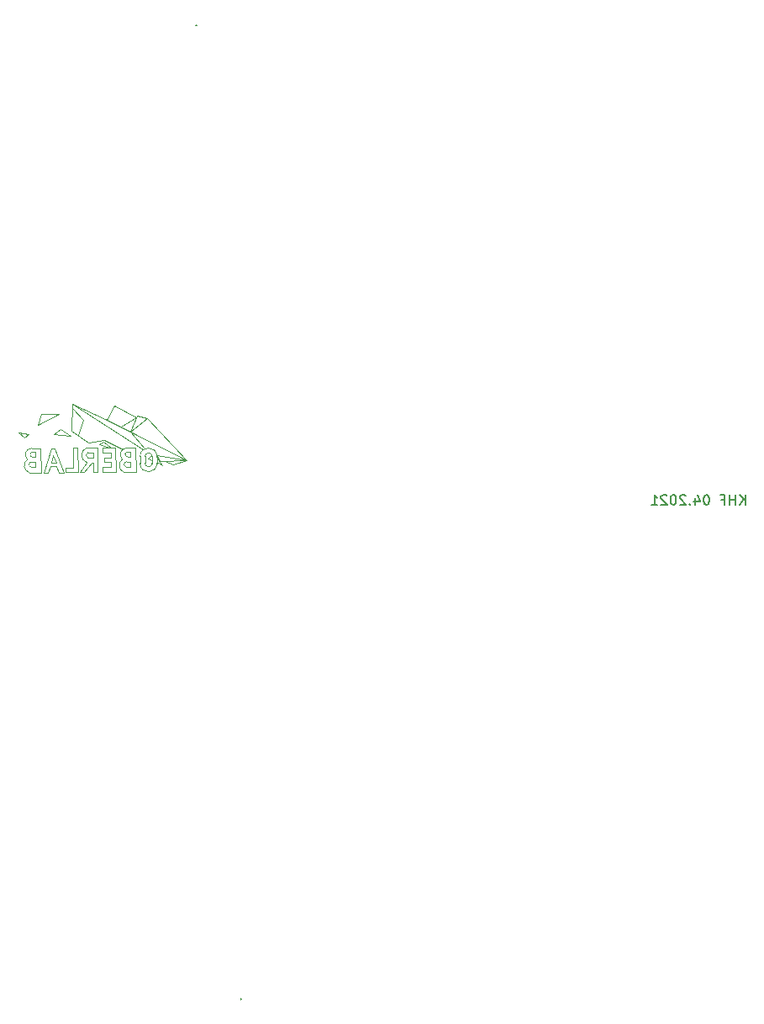
<source format=gbr>
%TF.GenerationSoftware,KiCad,Pcbnew,(5.1.9)-1*%
%TF.CreationDate,2021-04-13T13:52:40+02:00*%
%TF.ProjectId,Tasterplatine,54617374-6572-4706-9c61-74696e652e6b,rev?*%
%TF.SameCoordinates,Original*%
%TF.FileFunction,Legend,Bot*%
%TF.FilePolarity,Positive*%
%FSLAX46Y46*%
G04 Gerber Fmt 4.6, Leading zero omitted, Abs format (unit mm)*
G04 Created by KiCad (PCBNEW (5.1.9)-1) date 2021-04-13 13:52:40*
%MOMM*%
%LPD*%
G01*
G04 APERTURE LIST*
%ADD10C,0.150000*%
%ADD11C,0.010000*%
%ADD12C,0.050000*%
%ADD13C,0.120000*%
G04 APERTURE END LIST*
D10*
X210430476Y-135326380D02*
X210430476Y-134326380D01*
X209859047Y-135326380D02*
X210287619Y-134754952D01*
X209859047Y-134326380D02*
X210430476Y-134897809D01*
X209430476Y-135326380D02*
X209430476Y-134326380D01*
X209430476Y-134802571D02*
X208859047Y-134802571D01*
X208859047Y-135326380D02*
X208859047Y-134326380D01*
X208049523Y-134802571D02*
X208382857Y-134802571D01*
X208382857Y-135326380D02*
X208382857Y-134326380D01*
X207906666Y-134326380D01*
X206573333Y-134326380D02*
X206478095Y-134326380D01*
X206382857Y-134374000D01*
X206335238Y-134421619D01*
X206287619Y-134516857D01*
X206240000Y-134707333D01*
X206240000Y-134945428D01*
X206287619Y-135135904D01*
X206335238Y-135231142D01*
X206382857Y-135278761D01*
X206478095Y-135326380D01*
X206573333Y-135326380D01*
X206668571Y-135278761D01*
X206716190Y-135231142D01*
X206763809Y-135135904D01*
X206811428Y-134945428D01*
X206811428Y-134707333D01*
X206763809Y-134516857D01*
X206716190Y-134421619D01*
X206668571Y-134374000D01*
X206573333Y-134326380D01*
X205382857Y-134659714D02*
X205382857Y-135326380D01*
X205620952Y-134278761D02*
X205859047Y-134993047D01*
X205240000Y-134993047D01*
X204859047Y-135231142D02*
X204811428Y-135278761D01*
X204859047Y-135326380D01*
X204906666Y-135278761D01*
X204859047Y-135231142D01*
X204859047Y-135326380D01*
X204430476Y-134421619D02*
X204382857Y-134374000D01*
X204287619Y-134326380D01*
X204049523Y-134326380D01*
X203954285Y-134374000D01*
X203906666Y-134421619D01*
X203859047Y-134516857D01*
X203859047Y-134612095D01*
X203906666Y-134754952D01*
X204478095Y-135326380D01*
X203859047Y-135326380D01*
X203240000Y-134326380D02*
X203144761Y-134326380D01*
X203049523Y-134374000D01*
X203001904Y-134421619D01*
X202954285Y-134516857D01*
X202906666Y-134707333D01*
X202906666Y-134945428D01*
X202954285Y-135135904D01*
X203001904Y-135231142D01*
X203049523Y-135278761D01*
X203144761Y-135326380D01*
X203240000Y-135326380D01*
X203335238Y-135278761D01*
X203382857Y-135231142D01*
X203430476Y-135135904D01*
X203478095Y-134945428D01*
X203478095Y-134707333D01*
X203430476Y-134516857D01*
X203382857Y-134421619D01*
X203335238Y-134374000D01*
X203240000Y-134326380D01*
X202525714Y-134421619D02*
X202478095Y-134374000D01*
X202382857Y-134326380D01*
X202144761Y-134326380D01*
X202049523Y-134374000D01*
X202001904Y-134421619D01*
X201954285Y-134516857D01*
X201954285Y-134612095D01*
X202001904Y-134754952D01*
X202573333Y-135326380D01*
X201954285Y-135326380D01*
X201001904Y-135326380D02*
X201573333Y-135326380D01*
X201287619Y-135326380D02*
X201287619Y-134326380D01*
X201382857Y-134469238D01*
X201478095Y-134564476D01*
X201573333Y-134612095D01*
D11*
%TO.C,G\u002A\u002A\u002A*%
G36*
X155044723Y-87045226D02*
G01*
X155108542Y-87109045D01*
X155172361Y-87045226D01*
X155108542Y-86981407D01*
X155044723Y-87045226D01*
G37*
X155044723Y-87045226D02*
X155108542Y-87109045D01*
X155172361Y-87045226D01*
X155108542Y-86981407D01*
X155044723Y-87045226D01*
D12*
X146900000Y-125375000D02*
X149100000Y-126550000D01*
X149100000Y-126550000D02*
X147525000Y-127450000D01*
X154125000Y-130800000D02*
X152800000Y-131275000D01*
X151225000Y-130325000D02*
X151450000Y-130950000D01*
X151450000Y-130950000D02*
X154125000Y-130800000D01*
X145900000Y-128800000D02*
X147725000Y-129700000D01*
X144225000Y-129025000D02*
X145900000Y-128800000D01*
X142600000Y-127900000D02*
X144225000Y-129025000D01*
X154125000Y-130800000D02*
X150225000Y-126625000D01*
X154125000Y-130800000D02*
X151225000Y-130325000D01*
D13*
X144275000Y-130050000D02*
X144725000Y-130050000D01*
D12*
X145775000Y-128975000D02*
X145375000Y-129250000D01*
X146550000Y-129575000D02*
X145775000Y-128975000D01*
D13*
X145225000Y-129600000D02*
X145225000Y-132050000D01*
X148525000Y-131500000D02*
X148075000Y-131500000D01*
X149025000Y-129600000D02*
X149075000Y-132050000D01*
D12*
X150225000Y-126625000D02*
X149200000Y-126375000D01*
X137800000Y-128525000D02*
X138225000Y-128200000D01*
D13*
X148525000Y-131000000D02*
X148525000Y-131500000D01*
D12*
X137225000Y-128050000D02*
X137800000Y-128525000D01*
D13*
X143875000Y-132050000D02*
X143475000Y-132050000D01*
X145675000Y-132050000D02*
X145675000Y-131550000D01*
X144775000Y-131100000D02*
X144625000Y-131100000D01*
X145225000Y-132050000D02*
X144775000Y-132050000D01*
D12*
X146150000Y-126800000D02*
X142675000Y-125175000D01*
X141450000Y-127675000D02*
X140750000Y-128250000D01*
X146150000Y-126800000D02*
X148475000Y-127950000D01*
X142675000Y-125175000D02*
X142600000Y-127900000D01*
D13*
X138950000Y-131525000D02*
X138500000Y-131525000D01*
X143375000Y-132050000D02*
X144075000Y-131100000D01*
X144725000Y-130050000D02*
X144725000Y-130600000D01*
X138950000Y-130525000D02*
X138650000Y-130525000D01*
D12*
X139525000Y-126150000D02*
X141325000Y-126200000D01*
X150300000Y-130700000D02*
X150675000Y-130875000D01*
X149775000Y-129775000D02*
X142675000Y-125175000D01*
X141325000Y-126200000D02*
X139175000Y-127325000D01*
X151725000Y-131325000D02*
X151150000Y-130525000D01*
X140750000Y-128250000D02*
X142425000Y-128350000D01*
D13*
X138950000Y-130075000D02*
X138950000Y-130525000D01*
X148525000Y-130000000D02*
X148275000Y-130000000D01*
X144725000Y-130600000D02*
X144225000Y-130600000D01*
X146525000Y-131550000D02*
X146525000Y-131000000D01*
X145675000Y-131550000D02*
X146525000Y-131550000D01*
X149975000Y-130450000D02*
X149975000Y-131100000D01*
D12*
X145375000Y-129250000D02*
X146350000Y-129600000D01*
X150225000Y-126625000D02*
X148475000Y-127950000D01*
X150625000Y-130300000D02*
X150300000Y-130700000D01*
D13*
X148125000Y-129613605D02*
X149025000Y-129600000D01*
D12*
X151175000Y-131050000D02*
X151725000Y-131325000D01*
X138225000Y-128200000D02*
X137225000Y-128050000D01*
D13*
X138950000Y-130025000D02*
X138700000Y-130025000D01*
X148524999Y-130995050D02*
X148124999Y-130995050D01*
X138550000Y-129638605D02*
X139450000Y-129625000D01*
D12*
X148475000Y-127950000D02*
X154125000Y-130800000D01*
D13*
X140725000Y-130325000D02*
X141000000Y-131075000D01*
X140500000Y-131075000D02*
X140725000Y-130325000D01*
X146925000Y-132050000D02*
X145675000Y-132050000D01*
X144116269Y-129594594D02*
X145225000Y-129600000D01*
X138949999Y-131020050D02*
X138549999Y-131020050D01*
X138950000Y-131025000D02*
X138950000Y-131525000D01*
X139500000Y-132075000D02*
X138300000Y-132075000D01*
D12*
X152800000Y-131275000D02*
X151975000Y-130925000D01*
D13*
X149075000Y-132050000D02*
X147875000Y-132050000D01*
X150675000Y-130450000D02*
X150675000Y-131150000D01*
D12*
X143775000Y-126800000D02*
X143200000Y-128300000D01*
X142650000Y-125575000D02*
X143775000Y-126800000D01*
X142450000Y-128350000D02*
X141450000Y-127675000D01*
D13*
X139450000Y-129625000D02*
X139500000Y-132075000D01*
D12*
X146900000Y-125375000D02*
X146150000Y-126800000D01*
X149200000Y-126375000D02*
X148475000Y-127950000D01*
X139175000Y-127325000D02*
X139525000Y-126150000D01*
D13*
X144775000Y-132050000D02*
X144775000Y-131100000D01*
X143475000Y-132050000D02*
X143375000Y-132050000D01*
X144625000Y-131100000D02*
X143875000Y-132050000D01*
X141950000Y-131600000D02*
X141950000Y-132050000D01*
X140425000Y-131475000D02*
X140175000Y-132075000D01*
X141275000Y-132075000D02*
X141025000Y-131475000D01*
X146525000Y-130100000D02*
X145675000Y-130100000D01*
X148525000Y-130500000D02*
X148225000Y-130500000D01*
X141000000Y-131075000D02*
X140500000Y-131075000D01*
X145675000Y-129600000D02*
X146975000Y-129600000D01*
X140875000Y-129625000D02*
X141775000Y-132075000D01*
X146525000Y-131000000D02*
X145875000Y-131000000D01*
X145675000Y-130100000D02*
X145675000Y-129600000D01*
X141275000Y-132075000D02*
X141775000Y-132075000D01*
D12*
X148475000Y-127950000D02*
X149950000Y-129675000D01*
D13*
X142725000Y-129600000D02*
X142700000Y-131600000D01*
X143200000Y-132050000D02*
X143175000Y-129600000D01*
X145875000Y-131000000D02*
X145875000Y-130550000D01*
X140175000Y-132075000D02*
X139775000Y-132075000D01*
X140550000Y-129625000D02*
X140875000Y-129625000D01*
X145875000Y-130550000D02*
X146525000Y-130550000D01*
X148525000Y-130050000D02*
X148525000Y-130500000D01*
X146525000Y-130550000D02*
X146525000Y-130100000D01*
X139775000Y-132075000D02*
X140550000Y-129625000D01*
X147025000Y-132050000D02*
X146925000Y-132050000D01*
X146975000Y-129600000D02*
X147025000Y-132050000D01*
X149475000Y-130450000D02*
X149475000Y-131150000D01*
X151175000Y-131150000D02*
X151175000Y-130450000D01*
X143175000Y-129600000D02*
X142725000Y-129600000D01*
D11*
G36*
X159544723Y-185045226D02*
G01*
X159608542Y-185109045D01*
X159672361Y-185045226D01*
X159608542Y-184981407D01*
X159544723Y-185045226D01*
G37*
X159544723Y-185045226D02*
X159608542Y-185109045D01*
X159672361Y-185045226D01*
X159608542Y-184981407D01*
X159544723Y-185045226D01*
D13*
X141950000Y-132050000D02*
X143200000Y-132050000D01*
X142700000Y-131600000D02*
X141950000Y-131600000D01*
X141025000Y-131475000D02*
X140425000Y-131475000D01*
X144116269Y-129594594D02*
G75*
G03*
X144100001Y-131049999I233731J-730406D01*
G01*
X149475000Y-131150000D02*
G75*
G03*
X151175000Y-131150000I850000J0D01*
G01*
X138123744Y-130766064D02*
G75*
G03*
X138300001Y-132074999I426256J-608936D01*
G01*
X144225000Y-130050001D02*
G75*
G03*
X144225001Y-130599999I125000J-274999D01*
G01*
X149975000Y-131150000D02*
G75*
G03*
X150675000Y-131150000I350000J0D01*
G01*
X150675000Y-130450000D02*
G75*
G03*
X149975000Y-130450000I-350000J0D01*
G01*
X138549999Y-131020050D02*
G75*
G03*
X138500001Y-131524999I1J-254950D01*
G01*
X138710634Y-130032464D02*
G75*
G03*
X138650000Y-130525000I-60634J-242536D01*
G01*
X147698744Y-130741064D02*
G75*
G03*
X147875001Y-132049999I426256J-608936D01*
G01*
X138550000Y-129638605D02*
G75*
G03*
X138100001Y-130724999I0J-636395D01*
G01*
X148124999Y-130995050D02*
G75*
G03*
X148075001Y-131499999I1J-254950D01*
G01*
X151175000Y-130450000D02*
G75*
G03*
X149475000Y-130450000I-850000J0D01*
G01*
X148125000Y-129613605D02*
G75*
G03*
X147675001Y-130699999I0J-636395D01*
G01*
X148285634Y-130007464D02*
G75*
G03*
X148225000Y-130500000I-60634J-242536D01*
G01*
%TD*%
M02*

</source>
